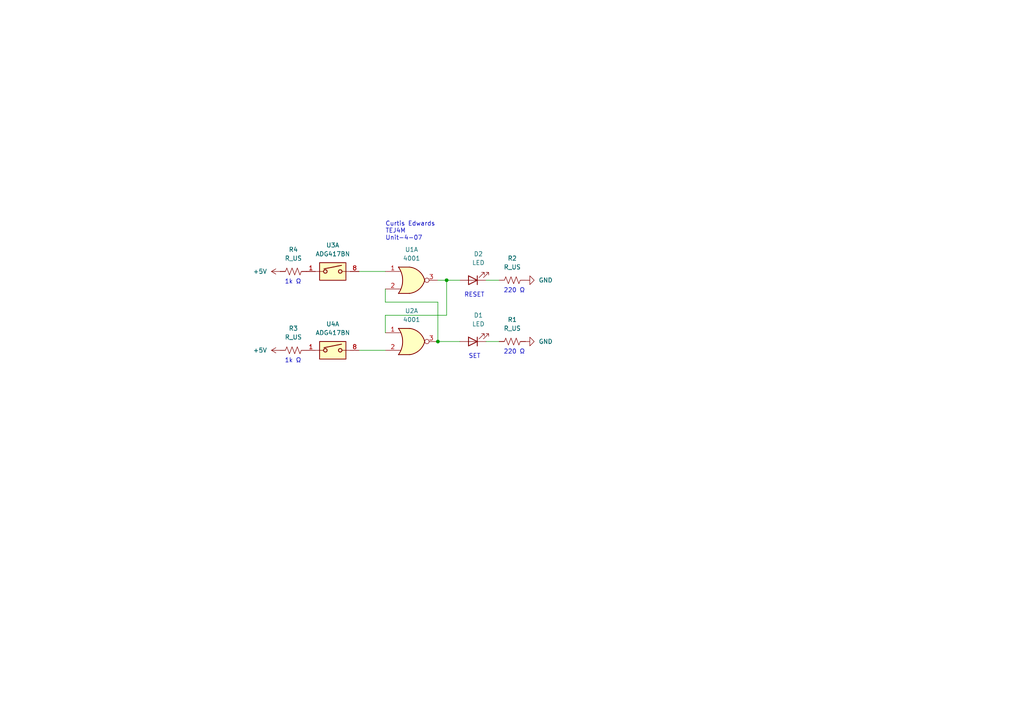
<source format=kicad_sch>
(kicad_sch (version 20230121) (generator eeschema)

  (uuid 9d1aa00f-d456-48b6-a95f-f2bbda389c88)

  (paper "A4")

  (lib_symbols
    (symbol "4xxx:4001" (pin_names (offset 1.016)) (in_bom yes) (on_board yes)
      (property "Reference" "U" (at 0 1.27 0)
        (effects (font (size 1.27 1.27)))
      )
      (property "Value" "4001" (at 0 -1.27 0)
        (effects (font (size 1.27 1.27)))
      )
      (property "Footprint" "" (at 0 0 0)
        (effects (font (size 1.27 1.27)) hide)
      )
      (property "Datasheet" "http://www.intersil.com/content/dam/Intersil/documents/cd40/cd4000bms-01bms-02bms-25bms.pdf" (at 0 0 0)
        (effects (font (size 1.27 1.27)) hide)
      )
      (property "ki_locked" "" (at 0 0 0)
        (effects (font (size 1.27 1.27)))
      )
      (property "ki_keywords" "CMOS Nor2" (at 0 0 0)
        (effects (font (size 1.27 1.27)) hide)
      )
      (property "ki_description" "Quad Nor 2 inputs" (at 0 0 0)
        (effects (font (size 1.27 1.27)) hide)
      )
      (property "ki_fp_filters" "DIP?14*" (at 0 0 0)
        (effects (font (size 1.27 1.27)) hide)
      )
      (symbol "4001_1_1"
        (arc (start -3.81 -3.81) (mid -2.589 0) (end -3.81 3.81)
          (stroke (width 0.254) (type default))
          (fill (type none))
        )
        (arc (start -0.6096 -3.81) (mid 2.1842 -2.5851) (end 3.81 0)
          (stroke (width 0.254) (type default))
          (fill (type background))
        )
        (polyline
          (pts
            (xy -3.81 -3.81)
            (xy -0.635 -3.81)
          )
          (stroke (width 0.254) (type default))
          (fill (type background))
        )
        (polyline
          (pts
            (xy -3.81 3.81)
            (xy -0.635 3.81)
          )
          (stroke (width 0.254) (type default))
          (fill (type background))
        )
        (polyline
          (pts
            (xy -0.635 3.81)
            (xy -3.81 3.81)
            (xy -3.81 3.81)
            (xy -3.556 3.4036)
            (xy -3.0226 2.2606)
            (xy -2.6924 1.0414)
            (xy -2.6162 -0.254)
            (xy -2.7686 -1.4986)
            (xy -3.175 -2.7178)
            (xy -3.81 -3.81)
            (xy -3.81 -3.81)
            (xy -0.635 -3.81)
          )
          (stroke (width -25.4) (type default))
          (fill (type background))
        )
        (arc (start 3.81 0) (mid 2.1915 2.5936) (end -0.6096 3.81)
          (stroke (width 0.254) (type default))
          (fill (type background))
        )
        (pin input line (at -7.62 2.54 0) (length 4.318)
          (name "~" (effects (font (size 1.27 1.27))))
          (number "1" (effects (font (size 1.27 1.27))))
        )
        (pin input line (at -7.62 -2.54 0) (length 4.318)
          (name "~" (effects (font (size 1.27 1.27))))
          (number "2" (effects (font (size 1.27 1.27))))
        )
        (pin output inverted (at 7.62 0 180) (length 3.81)
          (name "~" (effects (font (size 1.27 1.27))))
          (number "3" (effects (font (size 1.27 1.27))))
        )
      )
      (symbol "4001_1_2"
        (arc (start 0 -3.81) (mid 3.7934 0) (end 0 3.81)
          (stroke (width 0.254) (type default))
          (fill (type background))
        )
        (polyline
          (pts
            (xy 0 3.81)
            (xy -3.81 3.81)
            (xy -3.81 -3.81)
            (xy 0 -3.81)
          )
          (stroke (width 0.254) (type default))
          (fill (type background))
        )
        (pin input inverted (at -7.62 2.54 0) (length 3.81)
          (name "~" (effects (font (size 1.27 1.27))))
          (number "1" (effects (font (size 1.27 1.27))))
        )
        (pin input inverted (at -7.62 -2.54 0) (length 3.81)
          (name "~" (effects (font (size 1.27 1.27))))
          (number "2" (effects (font (size 1.27 1.27))))
        )
        (pin output line (at 7.62 0 180) (length 3.81)
          (name "~" (effects (font (size 1.27 1.27))))
          (number "3" (effects (font (size 1.27 1.27))))
        )
      )
      (symbol "4001_2_1"
        (arc (start -3.81 -3.81) (mid -2.589 0) (end -3.81 3.81)
          (stroke (width 0.254) (type default))
          (fill (type none))
        )
        (arc (start -0.6096 -3.81) (mid 2.1842 -2.5851) (end 3.81 0)
          (stroke (width 0.254) (type default))
          (fill (type background))
        )
        (polyline
          (pts
            (xy -3.81 -3.81)
            (xy -0.635 -3.81)
          )
          (stroke (width 0.254) (type default))
          (fill (type background))
        )
        (polyline
          (pts
            (xy -3.81 3.81)
            (xy -0.635 3.81)
          )
          (stroke (width 0.254) (type default))
          (fill (type background))
        )
        (polyline
          (pts
            (xy -0.635 3.81)
            (xy -3.81 3.81)
            (xy -3.81 3.81)
            (xy -3.556 3.4036)
            (xy -3.0226 2.2606)
            (xy -2.6924 1.0414)
            (xy -2.6162 -0.254)
            (xy -2.7686 -1.4986)
            (xy -3.175 -2.7178)
            (xy -3.81 -3.81)
            (xy -3.81 -3.81)
            (xy -0.635 -3.81)
          )
          (stroke (width -25.4) (type default))
          (fill (type background))
        )
        (arc (start 3.81 0) (mid 2.1915 2.5936) (end -0.6096 3.81)
          (stroke (width 0.254) (type default))
          (fill (type background))
        )
        (pin output inverted (at 7.62 0 180) (length 3.81)
          (name "~" (effects (font (size 1.27 1.27))))
          (number "4" (effects (font (size 1.27 1.27))))
        )
        (pin input line (at -7.62 2.54 0) (length 4.318)
          (name "~" (effects (font (size 1.27 1.27))))
          (number "5" (effects (font (size 1.27 1.27))))
        )
        (pin input line (at -7.62 -2.54 0) (length 4.318)
          (name "~" (effects (font (size 1.27 1.27))))
          (number "6" (effects (font (size 1.27 1.27))))
        )
      )
      (symbol "4001_2_2"
        (arc (start 0 -3.81) (mid 3.7934 0) (end 0 3.81)
          (stroke (width 0.254) (type default))
          (fill (type background))
        )
        (polyline
          (pts
            (xy 0 3.81)
            (xy -3.81 3.81)
            (xy -3.81 -3.81)
            (xy 0 -3.81)
          )
          (stroke (width 0.254) (type default))
          (fill (type background))
        )
        (pin output line (at 7.62 0 180) (length 3.81)
          (name "~" (effects (font (size 1.27 1.27))))
          (number "4" (effects (font (size 1.27 1.27))))
        )
        (pin input inverted (at -7.62 2.54 0) (length 3.81)
          (name "~" (effects (font (size 1.27 1.27))))
          (number "5" (effects (font (size 1.27 1.27))))
        )
        (pin input inverted (at -7.62 -2.54 0) (length 3.81)
          (name "~" (effects (font (size 1.27 1.27))))
          (number "6" (effects (font (size 1.27 1.27))))
        )
      )
      (symbol "4001_3_1"
        (arc (start -3.81 -3.81) (mid -2.589 0) (end -3.81 3.81)
          (stroke (width 0.254) (type default))
          (fill (type none))
        )
        (arc (start -0.6096 -3.81) (mid 2.1842 -2.5851) (end 3.81 0)
          (stroke (width 0.254) (type default))
          (fill (type background))
        )
        (polyline
          (pts
            (xy -3.81 -3.81)
            (xy -0.635 -3.81)
          )
          (stroke (width 0.254) (type default))
          (fill (type background))
        )
        (polyline
          (pts
            (xy -3.81 3.81)
            (xy -0.635 3.81)
          )
          (stroke (width 0.254) (type default))
          (fill (type background))
        )
        (polyline
          (pts
            (xy -0.635 3.81)
            (xy -3.81 3.81)
            (xy -3.81 3.81)
            (xy -3.556 3.4036)
            (xy -3.0226 2.2606)
            (xy -2.6924 1.0414)
            (xy -2.6162 -0.254)
            (xy -2.7686 -1.4986)
            (xy -3.175 -2.7178)
            (xy -3.81 -3.81)
            (xy -3.81 -3.81)
            (xy -0.635 -3.81)
          )
          (stroke (width -25.4) (type default))
          (fill (type background))
        )
        (arc (start 3.81 0) (mid 2.1915 2.5936) (end -0.6096 3.81)
          (stroke (width 0.254) (type default))
          (fill (type background))
        )
        (pin output inverted (at 7.62 0 180) (length 3.81)
          (name "~" (effects (font (size 1.27 1.27))))
          (number "10" (effects (font (size 1.27 1.27))))
        )
        (pin input line (at -7.62 2.54 0) (length 4.318)
          (name "~" (effects (font (size 1.27 1.27))))
          (number "8" (effects (font (size 1.27 1.27))))
        )
        (pin input line (at -7.62 -2.54 0) (length 4.318)
          (name "~" (effects (font (size 1.27 1.27))))
          (number "9" (effects (font (size 1.27 1.27))))
        )
      )
      (symbol "4001_3_2"
        (arc (start 0 -3.81) (mid 3.7934 0) (end 0 3.81)
          (stroke (width 0.254) (type default))
          (fill (type background))
        )
        (polyline
          (pts
            (xy 0 3.81)
            (xy -3.81 3.81)
            (xy -3.81 -3.81)
            (xy 0 -3.81)
          )
          (stroke (width 0.254) (type default))
          (fill (type background))
        )
        (pin output line (at 7.62 0 180) (length 3.81)
          (name "~" (effects (font (size 1.27 1.27))))
          (number "10" (effects (font (size 1.27 1.27))))
        )
        (pin input inverted (at -7.62 2.54 0) (length 3.81)
          (name "~" (effects (font (size 1.27 1.27))))
          (number "8" (effects (font (size 1.27 1.27))))
        )
        (pin input inverted (at -7.62 -2.54 0) (length 3.81)
          (name "~" (effects (font (size 1.27 1.27))))
          (number "9" (effects (font (size 1.27 1.27))))
        )
      )
      (symbol "4001_4_1"
        (arc (start -3.81 -3.81) (mid -2.589 0) (end -3.81 3.81)
          (stroke (width 0.254) (type default))
          (fill (type none))
        )
        (arc (start -0.6096 -3.81) (mid 2.1842 -2.5851) (end 3.81 0)
          (stroke (width 0.254) (type default))
          (fill (type background))
        )
        (polyline
          (pts
            (xy -3.81 -3.81)
            (xy -0.635 -3.81)
          )
          (stroke (width 0.254) (type default))
          (fill (type background))
        )
        (polyline
          (pts
            (xy -3.81 3.81)
            (xy -0.635 3.81)
          )
          (stroke (width 0.254) (type default))
          (fill (type background))
        )
        (polyline
          (pts
            (xy -0.635 3.81)
            (xy -3.81 3.81)
            (xy -3.81 3.81)
            (xy -3.556 3.4036)
            (xy -3.0226 2.2606)
            (xy -2.6924 1.0414)
            (xy -2.6162 -0.254)
            (xy -2.7686 -1.4986)
            (xy -3.175 -2.7178)
            (xy -3.81 -3.81)
            (xy -3.81 -3.81)
            (xy -0.635 -3.81)
          )
          (stroke (width -25.4) (type default))
          (fill (type background))
        )
        (arc (start 3.81 0) (mid 2.1915 2.5936) (end -0.6096 3.81)
          (stroke (width 0.254) (type default))
          (fill (type background))
        )
        (pin output inverted (at 7.62 0 180) (length 3.81)
          (name "~" (effects (font (size 1.27 1.27))))
          (number "11" (effects (font (size 1.27 1.27))))
        )
        (pin input line (at -7.62 2.54 0) (length 4.318)
          (name "~" (effects (font (size 1.27 1.27))))
          (number "12" (effects (font (size 1.27 1.27))))
        )
        (pin input line (at -7.62 -2.54 0) (length 4.318)
          (name "~" (effects (font (size 1.27 1.27))))
          (number "13" (effects (font (size 1.27 1.27))))
        )
      )
      (symbol "4001_4_2"
        (arc (start 0 -3.81) (mid 3.7934 0) (end 0 3.81)
          (stroke (width 0.254) (type default))
          (fill (type background))
        )
        (polyline
          (pts
            (xy 0 3.81)
            (xy -3.81 3.81)
            (xy -3.81 -3.81)
            (xy 0 -3.81)
          )
          (stroke (width 0.254) (type default))
          (fill (type background))
        )
        (pin output line (at 7.62 0 180) (length 3.81)
          (name "~" (effects (font (size 1.27 1.27))))
          (number "11" (effects (font (size 1.27 1.27))))
        )
        (pin input inverted (at -7.62 2.54 0) (length 3.81)
          (name "~" (effects (font (size 1.27 1.27))))
          (number "12" (effects (font (size 1.27 1.27))))
        )
        (pin input inverted (at -7.62 -2.54 0) (length 3.81)
          (name "~" (effects (font (size 1.27 1.27))))
          (number "13" (effects (font (size 1.27 1.27))))
        )
      )
      (symbol "4001_5_0"
        (pin power_in line (at 0 12.7 270) (length 5.08)
          (name "VDD" (effects (font (size 1.27 1.27))))
          (number "14" (effects (font (size 1.27 1.27))))
        )
        (pin power_in line (at 0 -12.7 90) (length 5.08)
          (name "VSS" (effects (font (size 1.27 1.27))))
          (number "7" (effects (font (size 1.27 1.27))))
        )
      )
      (symbol "4001_5_1"
        (rectangle (start -5.08 7.62) (end 5.08 -7.62)
          (stroke (width 0.254) (type default))
          (fill (type background))
        )
      )
    )
    (symbol "Analog_Switch:ADG417BN" (pin_names (offset 0.254)) (in_bom yes) (on_board yes)
      (property "Reference" "U3" (at 0 7.62 0)
        (effects (font (size 1.27 1.27)))
      )
      (property "Value" "ADG417BN" (at 0 5.08 0)
        (effects (font (size 1.27 1.27)))
      )
      (property "Footprint" "Package_DIP:DIP-8_W7.62mm" (at 0 -5.08 0)
        (effects (font (size 1.27 1.27)) hide)
      )
      (property "Datasheet" "https://www.analog.com/media/en/technical-documentation/data-sheets/ADG417.pdf" (at 0 -5.08 0)
        (effects (font (size 1.27 1.27)) hide)
      )
      (property "ki_keywords" "CMOS Analog Switch" (at 0 0 0)
        (effects (font (size 1.27 1.27)) hide)
      )
      (property "ki_description" "Single SPST Monolithic LC²MOS Analog Switch, normally OFF, 25Ohm Ron, DIP-8" (at 0 0 0)
        (effects (font (size 1.27 1.27)) hide)
      )
      (property "ki_fp_filters" "DIP*W7.62mm*" (at 0 0 0)
        (effects (font (size 1.27 1.27)) hide)
      )
      (symbol "ADG417BN_1_1"
        (rectangle (start -3.81 2.54) (end 3.81 -2.54)
          (stroke (width 0.254) (type default))
          (fill (type background))
        )
        (circle (center -2.159 0) (radius 0.508)
          (stroke (width 0.254) (type default))
          (fill (type none))
        )
        (polyline
          (pts
            (xy -5.08 0)
            (xy -2.794 0)
          )
          (stroke (width 0) (type default))
          (fill (type none))
        )
        (polyline
          (pts
            (xy -2.54 0.762)
            (xy 2.54 1.778)
          )
          (stroke (width 0.254) (type default))
          (fill (type none))
        )
        (polyline
          (pts
            (xy 5.08 0)
            (xy 2.794 0)
          )
          (stroke (width 0) (type default))
          (fill (type none))
        )
        (circle (center 2.159 0) (radius 0.508)
          (stroke (width 0.254) (type default))
          (fill (type none))
        )
        (pin passive line (at -7.62 0 0) (length 2.54)
          (name "~" (effects (font (size 1.27 1.27))))
          (number "1" (effects (font (size 1.27 1.27))))
        )
        (pin passive line (at 7.62 0 180) (length 2.54)
          (name "~" (effects (font (size 1.27 1.27))))
          (number "8" (effects (font (size 1.27 1.27))))
        )
      )
      (symbol "ADG417BN_2_0"
        (pin no_connect line (at -2.54 10.16 270) (length 2.54) hide
          (name "NC" (effects (font (size 1.27 1.27))))
          (number "2" (effects (font (size 1.27 1.27))))
        )
        (pin power_in line (at 0 -12.7 90) (length 2.54)
          (name "GND" (effects (font (size 1.27 1.27))))
          (number "3" (effects (font (size 1.27 1.27))))
        )
        (pin power_in line (at 0 12.7 270) (length 2.54)
          (name "V+" (effects (font (size 1.27 1.27))))
          (number "4" (effects (font (size 1.27 1.27))))
        )
        (pin power_in line (at 2.54 12.7 270) (length 2.54)
          (name "VL" (effects (font (size 1.27 1.27))))
          (number "5" (effects (font (size 1.27 1.27))))
        )
        (pin power_in line (at 2.54 -12.7 90) (length 2.54)
          (name "V-" (effects (font (size 1.27 1.27))))
          (number "7" (effects (font (size 1.27 1.27))))
        )
      )
      (symbol "ADG417BN_2_1"
        (rectangle (start -3.81 10.16) (end 6.35 -10.16)
          (stroke (width 0.254) (type default))
          (fill (type background))
        )
      )
    )
    (symbol "Device:LED" (pin_numbers hide) (pin_names (offset 1.016) hide) (in_bom yes) (on_board yes)
      (property "Reference" "D" (at 0 2.54 0)
        (effects (font (size 1.27 1.27)))
      )
      (property "Value" "LED" (at 0 -2.54 0)
        (effects (font (size 1.27 1.27)))
      )
      (property "Footprint" "" (at 0 0 0)
        (effects (font (size 1.27 1.27)) hide)
      )
      (property "Datasheet" "~" (at 0 0 0)
        (effects (font (size 1.27 1.27)) hide)
      )
      (property "ki_keywords" "LED diode" (at 0 0 0)
        (effects (font (size 1.27 1.27)) hide)
      )
      (property "ki_description" "Light emitting diode" (at 0 0 0)
        (effects (font (size 1.27 1.27)) hide)
      )
      (property "ki_fp_filters" "LED* LED_SMD:* LED_THT:*" (at 0 0 0)
        (effects (font (size 1.27 1.27)) hide)
      )
      (symbol "LED_0_1"
        (polyline
          (pts
            (xy -1.27 -1.27)
            (xy -1.27 1.27)
          )
          (stroke (width 0.254) (type default))
          (fill (type none))
        )
        (polyline
          (pts
            (xy -1.27 0)
            (xy 1.27 0)
          )
          (stroke (width 0) (type default))
          (fill (type none))
        )
        (polyline
          (pts
            (xy 1.27 -1.27)
            (xy 1.27 1.27)
            (xy -1.27 0)
            (xy 1.27 -1.27)
          )
          (stroke (width 0.254) (type default))
          (fill (type none))
        )
        (polyline
          (pts
            (xy -3.048 -0.762)
            (xy -4.572 -2.286)
            (xy -3.81 -2.286)
            (xy -4.572 -2.286)
            (xy -4.572 -1.524)
          )
          (stroke (width 0) (type default))
          (fill (type none))
        )
        (polyline
          (pts
            (xy -1.778 -0.762)
            (xy -3.302 -2.286)
            (xy -2.54 -2.286)
            (xy -3.302 -2.286)
            (xy -3.302 -1.524)
          )
          (stroke (width 0) (type default))
          (fill (type none))
        )
      )
      (symbol "LED_1_1"
        (pin passive line (at -3.81 0 0) (length 2.54)
          (name "K" (effects (font (size 1.27 1.27))))
          (number "1" (effects (font (size 1.27 1.27))))
        )
        (pin passive line (at 3.81 0 180) (length 2.54)
          (name "A" (effects (font (size 1.27 1.27))))
          (number "2" (effects (font (size 1.27 1.27))))
        )
      )
    )
    (symbol "Device:R_US" (pin_numbers hide) (pin_names (offset 0)) (in_bom yes) (on_board yes)
      (property "Reference" "R" (at 2.54 0 90)
        (effects (font (size 1.27 1.27)))
      )
      (property "Value" "R_US" (at -2.54 0 90)
        (effects (font (size 1.27 1.27)))
      )
      (property "Footprint" "" (at 1.016 -0.254 90)
        (effects (font (size 1.27 1.27)) hide)
      )
      (property "Datasheet" "~" (at 0 0 0)
        (effects (font (size 1.27 1.27)) hide)
      )
      (property "ki_keywords" "R res resistor" (at 0 0 0)
        (effects (font (size 1.27 1.27)) hide)
      )
      (property "ki_description" "Resistor, US symbol" (at 0 0 0)
        (effects (font (size 1.27 1.27)) hide)
      )
      (property "ki_fp_filters" "R_*" (at 0 0 0)
        (effects (font (size 1.27 1.27)) hide)
      )
      (symbol "R_US_0_1"
        (polyline
          (pts
            (xy 0 -2.286)
            (xy 0 -2.54)
          )
          (stroke (width 0) (type default))
          (fill (type none))
        )
        (polyline
          (pts
            (xy 0 2.286)
            (xy 0 2.54)
          )
          (stroke (width 0) (type default))
          (fill (type none))
        )
        (polyline
          (pts
            (xy 0 -0.762)
            (xy 1.016 -1.143)
            (xy 0 -1.524)
            (xy -1.016 -1.905)
            (xy 0 -2.286)
          )
          (stroke (width 0) (type default))
          (fill (type none))
        )
        (polyline
          (pts
            (xy 0 0.762)
            (xy 1.016 0.381)
            (xy 0 0)
            (xy -1.016 -0.381)
            (xy 0 -0.762)
          )
          (stroke (width 0) (type default))
          (fill (type none))
        )
        (polyline
          (pts
            (xy 0 2.286)
            (xy 1.016 1.905)
            (xy 0 1.524)
            (xy -1.016 1.143)
            (xy 0 0.762)
          )
          (stroke (width 0) (type default))
          (fill (type none))
        )
      )
      (symbol "R_US_1_1"
        (pin passive line (at 0 3.81 270) (length 1.27)
          (name "~" (effects (font (size 1.27 1.27))))
          (number "1" (effects (font (size 1.27 1.27))))
        )
        (pin passive line (at 0 -3.81 90) (length 1.27)
          (name "~" (effects (font (size 1.27 1.27))))
          (number "2" (effects (font (size 1.27 1.27))))
        )
      )
    )
    (symbol "power:+5V" (power) (pin_names (offset 0)) (in_bom yes) (on_board yes)
      (property "Reference" "#PWR" (at 0 -3.81 0)
        (effects (font (size 1.27 1.27)) hide)
      )
      (property "Value" "+5V" (at 0 3.556 0)
        (effects (font (size 1.27 1.27)))
      )
      (property "Footprint" "" (at 0 0 0)
        (effects (font (size 1.27 1.27)) hide)
      )
      (property "Datasheet" "" (at 0 0 0)
        (effects (font (size 1.27 1.27)) hide)
      )
      (property "ki_keywords" "global power" (at 0 0 0)
        (effects (font (size 1.27 1.27)) hide)
      )
      (property "ki_description" "Power symbol creates a global label with name \"+5V\"" (at 0 0 0)
        (effects (font (size 1.27 1.27)) hide)
      )
      (symbol "+5V_0_1"
        (polyline
          (pts
            (xy -0.762 1.27)
            (xy 0 2.54)
          )
          (stroke (width 0) (type default))
          (fill (type none))
        )
        (polyline
          (pts
            (xy 0 0)
            (xy 0 2.54)
          )
          (stroke (width 0) (type default))
          (fill (type none))
        )
        (polyline
          (pts
            (xy 0 2.54)
            (xy 0.762 1.27)
          )
          (stroke (width 0) (type default))
          (fill (type none))
        )
      )
      (symbol "+5V_1_1"
        (pin power_in line (at 0 0 90) (length 0) hide
          (name "+5V" (effects (font (size 1.27 1.27))))
          (number "1" (effects (font (size 1.27 1.27))))
        )
      )
    )
    (symbol "power:GND" (power) (pin_names (offset 0)) (in_bom yes) (on_board yes)
      (property "Reference" "#PWR" (at 0 -6.35 0)
        (effects (font (size 1.27 1.27)) hide)
      )
      (property "Value" "GND" (at 0 -3.81 0)
        (effects (font (size 1.27 1.27)))
      )
      (property "Footprint" "" (at 0 0 0)
        (effects (font (size 1.27 1.27)) hide)
      )
      (property "Datasheet" "" (at 0 0 0)
        (effects (font (size 1.27 1.27)) hide)
      )
      (property "ki_keywords" "global power" (at 0 0 0)
        (effects (font (size 1.27 1.27)) hide)
      )
      (property "ki_description" "Power symbol creates a global label with name \"GND\" , ground" (at 0 0 0)
        (effects (font (size 1.27 1.27)) hide)
      )
      (symbol "GND_0_1"
        (polyline
          (pts
            (xy 0 0)
            (xy 0 -1.27)
            (xy 1.27 -1.27)
            (xy 0 -2.54)
            (xy -1.27 -1.27)
            (xy 0 -1.27)
          )
          (stroke (width 0) (type default))
          (fill (type none))
        )
      )
      (symbol "GND_1_1"
        (pin power_in line (at 0 0 270) (length 0) hide
          (name "GND" (effects (font (size 1.27 1.27))))
          (number "1" (effects (font (size 1.27 1.27))))
        )
      )
    )
  )

  (junction (at 129.54 81.28) (diameter 0) (color 0 0 0 0)
    (uuid 64ed2812-beea-4fae-874b-4e0d106ca229)
  )
  (junction (at 127 99.06) (diameter 0) (color 0 0 0 0)
    (uuid 7512decb-a4af-4146-aec7-b58424be7d60)
  )

  (wire (pts (xy 111.76 91.44) (xy 111.76 96.52))
    (stroke (width 0) (type default))
    (uuid 00a65b5c-3a2b-48bc-be4b-902aa6c8c597)
  )
  (wire (pts (xy 104.14 78.74) (xy 111.76 78.74))
    (stroke (width 0) (type default))
    (uuid 30770904-7dae-4745-9d8d-cbb3a9764039)
  )
  (wire (pts (xy 144.78 99.06) (xy 140.97 99.06))
    (stroke (width 0) (type default))
    (uuid 49d40edc-3afc-43b8-ad2f-b3d6ec07aeb0)
  )
  (wire (pts (xy 129.54 91.44) (xy 111.76 91.44))
    (stroke (width 0) (type default))
    (uuid 82728686-33bf-4d5e-8784-b6d458cca0d6)
  )
  (wire (pts (xy 104.14 101.6) (xy 111.76 101.6))
    (stroke (width 0) (type default))
    (uuid 93d5bf7d-682c-4d92-a4dc-ace935ac6688)
  )
  (wire (pts (xy 111.76 83.82) (xy 111.76 87.63))
    (stroke (width 0) (type default))
    (uuid a6ab10c2-cbb4-4a40-93ed-51fe647afaf1)
  )
  (wire (pts (xy 127 87.63) (xy 111.76 87.63))
    (stroke (width 0) (type default))
    (uuid b61f0898-89fc-4a0c-b37c-4246fd9f6f95)
  )
  (wire (pts (xy 129.54 81.28) (xy 129.54 91.44))
    (stroke (width 0) (type default))
    (uuid be5fbb9d-bf78-423d-90e4-8165f0f3b697)
  )
  (wire (pts (xy 127 81.28) (xy 129.54 81.28))
    (stroke (width 0) (type default))
    (uuid c8001bfc-1034-4abe-a926-8edb77516c68)
  )
  (wire (pts (xy 127 99.06) (xy 133.35 99.06))
    (stroke (width 0) (type default))
    (uuid cf453c1e-6b36-4ea0-bd2e-bbab09186317)
  )
  (wire (pts (xy 127 99.06) (xy 127 87.63))
    (stroke (width 0) (type default))
    (uuid e80aab20-d06a-4915-bddd-d6dc1798b98b)
  )
  (wire (pts (xy 129.54 81.28) (xy 133.35 81.28))
    (stroke (width 0) (type default))
    (uuid f4c4b281-c517-44c1-8e4f-b0d6c86b6ed7)
  )
  (wire (pts (xy 144.78 81.28) (xy 140.97 81.28))
    (stroke (width 0) (type default))
    (uuid f6b71d81-2d61-477b-98bb-e813f3e025b0)
  )

  (text "1k Ω" (at 82.55 82.55 0)
    (effects (font (size 1.27 1.27)) (justify left bottom))
    (uuid 12a8f71c-ee8c-44b9-993d-5f42115f6fb4)
  )
  (text "1k Ω" (at 82.55 105.41 0)
    (effects (font (size 1.27 1.27)) (justify left bottom))
    (uuid 2fdc0436-676b-452e-b6bb-07a225bd3233)
  )
  (text "SET" (at 135.89 104.14 0)
    (effects (font (size 1.27 1.27)) (justify left bottom))
    (uuid 877ad643-7336-4939-9617-b41af411813f)
  )
  (text "RESET" (at 134.62 86.36 0)
    (effects (font (size 1.27 1.27)) (justify left bottom))
    (uuid 8a093c36-68a4-4eb5-bd12-c25af0d6d219)
  )
  (text "220 Ω" (at 146.05 85.09 0)
    (effects (font (size 1.27 1.27)) (justify left bottom))
    (uuid 9705447b-3d23-4fd2-b272-cb93c1d7e951)
  )
  (text "Curtis Edwards\nTEJ4M\nUnit-4-07" (at 111.76 69.85 0)
    (effects (font (size 1.27 1.27)) (justify left bottom))
    (uuid bb950f91-8fcd-4a28-a2ef-b8e147c0b71c)
  )
  (text "220 Ω" (at 146.05 102.87 0)
    (effects (font (size 1.27 1.27)) (justify left bottom))
    (uuid fa9ce533-2938-429a-bcf9-570f41d4b195)
  )

  (symbol (lib_id "power:+5V") (at 81.28 78.74 90) (unit 1)
    (in_bom yes) (on_board yes) (dnp no) (fields_autoplaced)
    (uuid 067651c3-cec1-491f-9d3a-5931eb9d82b1)
    (property "Reference" "#PWR04" (at 85.09 78.74 0)
      (effects (font (size 1.27 1.27)) hide)
    )
    (property "Value" "+5V" (at 77.47 78.74 90)
      (effects (font (size 1.27 1.27)) (justify left))
    )
    (property "Footprint" "" (at 81.28 78.74 0)
      (effects (font (size 1.27 1.27)) hide)
    )
    (property "Datasheet" "" (at 81.28 78.74 0)
      (effects (font (size 1.27 1.27)) hide)
    )
    (pin "1" (uuid 6633cd26-35ab-4433-ac01-b2cf7b2b12bf))
    (instances
      (project "TEJ4M-Unit-4-07"
        (path "/9d1aa00f-d456-48b6-a95f-f2bbda389c88"
          (reference "#PWR04") (unit 1)
        )
      )
    )
  )

  (symbol (lib_id "Device:R_US") (at 148.59 81.28 90) (unit 1)
    (in_bom yes) (on_board yes) (dnp no) (fields_autoplaced)
    (uuid 1c638540-fb3c-473e-a3a0-486bde7f4139)
    (property "Reference" "R2" (at 148.59 74.93 90)
      (effects (font (size 1.27 1.27)))
    )
    (property "Value" "R_US" (at 148.59 77.47 90)
      (effects (font (size 1.27 1.27)))
    )
    (property "Footprint" "" (at 148.844 80.264 90)
      (effects (font (size 1.27 1.27)) hide)
    )
    (property "Datasheet" "~" (at 148.59 81.28 0)
      (effects (font (size 1.27 1.27)) hide)
    )
    (pin "1" (uuid 58ef6e35-7b46-43fd-a121-23c7c7f4afc3))
    (pin "2" (uuid ce807c11-4892-4ae7-ad39-d3fdeb0b7820))
    (instances
      (project "TEJ4M-Unit-4-07"
        (path "/9d1aa00f-d456-48b6-a95f-f2bbda389c88"
          (reference "R2") (unit 1)
        )
      )
    )
  )

  (symbol (lib_id "Device:LED") (at 137.16 99.06 180) (unit 1)
    (in_bom yes) (on_board yes) (dnp no) (fields_autoplaced)
    (uuid 21c958ce-fb76-4072-9b3e-c2303e0bd054)
    (property "Reference" "D1" (at 138.7475 91.44 0)
      (effects (font (size 1.27 1.27)))
    )
    (property "Value" "LED" (at 138.7475 93.98 0)
      (effects (font (size 1.27 1.27)))
    )
    (property "Footprint" "" (at 137.16 99.06 0)
      (effects (font (size 1.27 1.27)) hide)
    )
    (property "Datasheet" "~" (at 137.16 99.06 0)
      (effects (font (size 1.27 1.27)) hide)
    )
    (pin "1" (uuid 05a5bee7-a87b-417e-b049-2682e442a468))
    (pin "2" (uuid 55236d6a-a05d-47e9-ae64-61f62a5905c6))
    (instances
      (project "TEJ4M-Unit-4-07"
        (path "/9d1aa00f-d456-48b6-a95f-f2bbda389c88"
          (reference "D1") (unit 1)
        )
      )
    )
  )

  (symbol (lib_id "Analog_Switch:ADG417BN") (at 96.52 101.6 0) (unit 1)
    (in_bom yes) (on_board yes) (dnp no) (fields_autoplaced)
    (uuid 384cac65-c14f-4b7c-a8f0-b56cd059f222)
    (property "Reference" "U4" (at 96.52 93.98 0)
      (effects (font (size 1.27 1.27)))
    )
    (property "Value" "ADG417BN" (at 96.52 96.52 0)
      (effects (font (size 1.27 1.27)))
    )
    (property "Footprint" "Package_DIP:DIP-8_W7.62mm" (at 96.52 106.68 0)
      (effects (font (size 1.27 1.27)) hide)
    )
    (property "Datasheet" "https://www.analog.com/media/en/technical-documentation/data-sheets/ADG417.pdf" (at 96.52 106.68 0)
      (effects (font (size 1.27 1.27)) hide)
    )
    (pin "1" (uuid e720d320-945c-4043-a7b4-7de8081c99cf))
    (pin "8" (uuid a2cd1139-7fe9-473a-968e-e93cf36016a7))
    (pin "2" (uuid f846d495-05ab-4b34-86fb-ff554b971f70))
    (pin "3" (uuid 90418cce-1862-41db-96a5-468d8e0db9a5))
    (pin "4" (uuid e3febcbb-e654-449a-b1aa-59593e3a6a8d))
    (pin "5" (uuid e3521e8c-48a8-4461-894e-79fd8b82a2a7))
    (pin "7" (uuid 02455247-5f0b-467f-a929-ee6d2a0d60fa))
    (instances
      (project "TEJ4M-Unit-4-07"
        (path "/9d1aa00f-d456-48b6-a95f-f2bbda389c88"
          (reference "U4") (unit 1)
        )
      )
    )
  )

  (symbol (lib_id "4xxx:4001") (at 119.38 81.28 0) (unit 1)
    (in_bom yes) (on_board yes) (dnp no) (fields_autoplaced)
    (uuid 38776282-f34a-40c7-86e7-3624b64813ef)
    (property "Reference" "U1" (at 119.38 72.39 0)
      (effects (font (size 1.27 1.27)))
    )
    (property "Value" "4001" (at 119.38 74.93 0)
      (effects (font (size 1.27 1.27)))
    )
    (property "Footprint" "" (at 119.38 81.28 0)
      (effects (font (size 1.27 1.27)) hide)
    )
    (property "Datasheet" "http://www.intersil.com/content/dam/Intersil/documents/cd40/cd4000bms-01bms-02bms-25bms.pdf" (at 119.38 81.28 0)
      (effects (font (size 1.27 1.27)) hide)
    )
    (pin "1" (uuid d501c69c-1e56-4beb-a2d3-66accb0cf6e7))
    (pin "2" (uuid 8f8af7fc-7c09-4103-9857-2dfd56bf393a))
    (pin "3" (uuid 1428f07f-5c5d-4a0b-bee2-3684ed3f4ed2))
    (pin "4" (uuid 7a242958-5c69-4831-bca1-ab687daca5cd))
    (pin "5" (uuid 69dc80c5-3c7c-4c93-b7f9-c208c507c0ed))
    (pin "6" (uuid c14d8852-6692-4558-b8a0-7cec1608d242))
    (pin "10" (uuid 7178a43e-5dcb-4734-a4d5-49c00584c877))
    (pin "8" (uuid 9d6e5dc2-4bef-4c8d-8466-d761477dee4f))
    (pin "9" (uuid fd4baf62-05cd-44a4-a310-b5358edd459d))
    (pin "11" (uuid 9482e1e4-c231-4298-9b15-a4ac2d5f558e))
    (pin "12" (uuid aebd5a90-0fd8-411c-96d3-760d7313b150))
    (pin "13" (uuid 8d5992dc-3373-4d84-811f-c0e241733cdb))
    (pin "14" (uuid 67850a32-61ce-4641-b727-8711a0db7641))
    (pin "7" (uuid 1965bffb-49a1-4bf2-85e0-252a861cae48))
    (instances
      (project "TEJ4M-Unit-4-07"
        (path "/9d1aa00f-d456-48b6-a95f-f2bbda389c88"
          (reference "U1") (unit 1)
        )
      )
    )
  )

  (symbol (lib_id "Analog_Switch:ADG417BN") (at 96.52 78.74 0) (unit 1)
    (in_bom yes) (on_board yes) (dnp no) (fields_autoplaced)
    (uuid 43e54fda-53f8-4f47-9985-93e28cb883a2)
    (property "Reference" "U3" (at 96.52 71.12 0)
      (effects (font (size 1.27 1.27)))
    )
    (property "Value" "ADG417BN" (at 96.52 73.66 0)
      (effects (font (size 1.27 1.27)))
    )
    (property "Footprint" "Package_DIP:DIP-8_W7.62mm" (at 96.52 83.82 0)
      (effects (font (size 1.27 1.27)) hide)
    )
    (property "Datasheet" "https://www.analog.com/media/en/technical-documentation/data-sheets/ADG417.pdf" (at 96.52 83.82 0)
      (effects (font (size 1.27 1.27)) hide)
    )
    (pin "1" (uuid 5c0bcf5d-504e-44d9-ab1e-006c1bcb101f))
    (pin "8" (uuid 1f47909b-d0eb-4083-93c2-e86d6d1c0257))
    (pin "2" (uuid f846d495-05ab-4b34-86fb-ff554b971f71))
    (pin "3" (uuid 90418cce-1862-41db-96a5-468d8e0db9a6))
    (pin "4" (uuid e3febcbb-e654-449a-b1aa-59593e3a6a8e))
    (pin "5" (uuid e3521e8c-48a8-4461-894e-79fd8b82a2a8))
    (pin "7" (uuid 02455247-5f0b-467f-a929-ee6d2a0d60fb))
    (instances
      (project "TEJ4M-Unit-4-07"
        (path "/9d1aa00f-d456-48b6-a95f-f2bbda389c88"
          (reference "U3") (unit 1)
        )
      )
    )
  )

  (symbol (lib_id "power:GND") (at 152.4 81.28 90) (unit 1)
    (in_bom yes) (on_board yes) (dnp no) (fields_autoplaced)
    (uuid 5b3ace84-8e0c-4d0f-b257-6d8844c0f36e)
    (property "Reference" "#PWR02" (at 158.75 81.28 0)
      (effects (font (size 1.27 1.27)) hide)
    )
    (property "Value" "GND" (at 156.21 81.28 90)
      (effects (font (size 1.27 1.27)) (justify right))
    )
    (property "Footprint" "" (at 152.4 81.28 0)
      (effects (font (size 1.27 1.27)) hide)
    )
    (property "Datasheet" "" (at 152.4 81.28 0)
      (effects (font (size 1.27 1.27)) hide)
    )
    (pin "1" (uuid 8471f760-93cc-4f91-94ab-4f8e86a3811f))
    (instances
      (project "TEJ4M-Unit-4-07"
        (path "/9d1aa00f-d456-48b6-a95f-f2bbda389c88"
          (reference "#PWR02") (unit 1)
        )
      )
    )
  )

  (symbol (lib_id "Device:R_US") (at 85.09 78.74 90) (unit 1)
    (in_bom yes) (on_board yes) (dnp no) (fields_autoplaced)
    (uuid 748f9d71-2b07-446a-8601-6980372953ca)
    (property "Reference" "R4" (at 85.09 72.39 90)
      (effects (font (size 1.27 1.27)))
    )
    (property "Value" "R_US" (at 85.09 74.93 90)
      (effects (font (size 1.27 1.27)))
    )
    (property "Footprint" "" (at 85.344 77.724 90)
      (effects (font (size 1.27 1.27)) hide)
    )
    (property "Datasheet" "~" (at 85.09 78.74 0)
      (effects (font (size 1.27 1.27)) hide)
    )
    (pin "1" (uuid e5623203-4611-4a84-aa0b-9f75e0f49f0c))
    (pin "2" (uuid ce6fe66c-0e31-48a7-9819-7c051141e1bb))
    (instances
      (project "TEJ4M-Unit-4-07"
        (path "/9d1aa00f-d456-48b6-a95f-f2bbda389c88"
          (reference "R4") (unit 1)
        )
      )
    )
  )

  (symbol (lib_id "power:GND") (at 152.4 99.06 90) (unit 1)
    (in_bom yes) (on_board yes) (dnp no) (fields_autoplaced)
    (uuid 7a5ed62d-0a4d-4dc9-8d70-354fb81ef51d)
    (property "Reference" "#PWR01" (at 158.75 99.06 0)
      (effects (font (size 1.27 1.27)) hide)
    )
    (property "Value" "GND" (at 156.21 99.06 90)
      (effects (font (size 1.27 1.27)) (justify right))
    )
    (property "Footprint" "" (at 152.4 99.06 0)
      (effects (font (size 1.27 1.27)) hide)
    )
    (property "Datasheet" "" (at 152.4 99.06 0)
      (effects (font (size 1.27 1.27)) hide)
    )
    (pin "1" (uuid 7eb9eaf2-6a3d-46ac-8eb9-2043482f5d6c))
    (instances
      (project "TEJ4M-Unit-4-07"
        (path "/9d1aa00f-d456-48b6-a95f-f2bbda389c88"
          (reference "#PWR01") (unit 1)
        )
      )
    )
  )

  (symbol (lib_id "4xxx:4001") (at 119.38 99.06 0) (unit 1)
    (in_bom yes) (on_board yes) (dnp no) (fields_autoplaced)
    (uuid b9ca8acd-fbfe-4739-9237-7c3954ca10b1)
    (property "Reference" "U2" (at 119.38 90.17 0)
      (effects (font (size 1.27 1.27)))
    )
    (property "Value" "4001" (at 119.38 92.71 0)
      (effects (font (size 1.27 1.27)))
    )
    (property "Footprint" "" (at 119.38 99.06 0)
      (effects (font (size 1.27 1.27)) hide)
    )
    (property "Datasheet" "http://www.intersil.com/content/dam/Intersil/documents/cd40/cd4000bms-01bms-02bms-25bms.pdf" (at 119.38 99.06 0)
      (effects (font (size 1.27 1.27)) hide)
    )
    (pin "1" (uuid cb2f2929-e055-496f-a403-520a6f2e1b54))
    (pin "2" (uuid b3ef39e8-d83a-4952-a2fc-981384d5663d))
    (pin "3" (uuid c4f0f21c-3e45-4af4-b2b7-6aebb142e806))
    (pin "4" (uuid 7a242958-5c69-4831-bca1-ab687daca5ce))
    (pin "5" (uuid 69dc80c5-3c7c-4c93-b7f9-c208c507c0ee))
    (pin "6" (uuid c14d8852-6692-4558-b8a0-7cec1608d243))
    (pin "10" (uuid 7178a43e-5dcb-4734-a4d5-49c00584c878))
    (pin "8" (uuid 9d6e5dc2-4bef-4c8d-8466-d761477dee50))
    (pin "9" (uuid fd4baf62-05cd-44a4-a310-b5358edd459e))
    (pin "11" (uuid 9482e1e4-c231-4298-9b15-a4ac2d5f558f))
    (pin "12" (uuid aebd5a90-0fd8-411c-96d3-760d7313b151))
    (pin "13" (uuid 8d5992dc-3373-4d84-811f-c0e241733cdc))
    (pin "14" (uuid 67850a32-61ce-4641-b727-8711a0db7642))
    (pin "7" (uuid 1965bffb-49a1-4bf2-85e0-252a861cae49))
    (instances
      (project "TEJ4M-Unit-4-07"
        (path "/9d1aa00f-d456-48b6-a95f-f2bbda389c88"
          (reference "U2") (unit 1)
        )
      )
    )
  )

  (symbol (lib_id "Device:LED") (at 137.16 81.28 180) (unit 1)
    (in_bom yes) (on_board yes) (dnp no) (fields_autoplaced)
    (uuid bfc569a9-6278-48cc-bbcc-fb70a9549b18)
    (property "Reference" "D2" (at 138.7475 73.66 0)
      (effects (font (size 1.27 1.27)))
    )
    (property "Value" "LED" (at 138.7475 76.2 0)
      (effects (font (size 1.27 1.27)))
    )
    (property "Footprint" "" (at 137.16 81.28 0)
      (effects (font (size 1.27 1.27)) hide)
    )
    (property "Datasheet" "~" (at 137.16 81.28 0)
      (effects (font (size 1.27 1.27)) hide)
    )
    (pin "1" (uuid 5a452b08-0e21-4a96-8961-bd40e15dc541))
    (pin "2" (uuid 015423be-7ab9-46b0-bf03-ade001efca7c))
    (instances
      (project "TEJ4M-Unit-4-07"
        (path "/9d1aa00f-d456-48b6-a95f-f2bbda389c88"
          (reference "D2") (unit 1)
        )
      )
    )
  )

  (symbol (lib_id "Device:R_US") (at 148.59 99.06 90) (unit 1)
    (in_bom yes) (on_board yes) (dnp no) (fields_autoplaced)
    (uuid d7063ae3-19b7-47bb-8cfc-37603df74170)
    (property "Reference" "R1" (at 148.59 92.71 90)
      (effects (font (size 1.27 1.27)))
    )
    (property "Value" "R_US" (at 148.59 95.25 90)
      (effects (font (size 1.27 1.27)))
    )
    (property "Footprint" "" (at 148.844 98.044 90)
      (effects (font (size 1.27 1.27)) hide)
    )
    (property "Datasheet" "~" (at 148.59 99.06 0)
      (effects (font (size 1.27 1.27)) hide)
    )
    (pin "1" (uuid ebecbe37-cf1a-4f30-8d30-cc4386b51507))
    (pin "2" (uuid 995aa7b6-3fd2-4a78-9b42-df13a77cfc36))
    (instances
      (project "TEJ4M-Unit-4-07"
        (path "/9d1aa00f-d456-48b6-a95f-f2bbda389c88"
          (reference "R1") (unit 1)
        )
      )
    )
  )

  (symbol (lib_id "Device:R_US") (at 85.09 101.6 90) (unit 1)
    (in_bom yes) (on_board yes) (dnp no) (fields_autoplaced)
    (uuid d752b7be-e489-4580-a405-dad9140d419a)
    (property "Reference" "R3" (at 85.09 95.25 90)
      (effects (font (size 1.27 1.27)))
    )
    (property "Value" "R_US" (at 85.09 97.79 90)
      (effects (font (size 1.27 1.27)))
    )
    (property "Footprint" "" (at 85.344 100.584 90)
      (effects (font (size 1.27 1.27)) hide)
    )
    (property "Datasheet" "~" (at 85.09 101.6 0)
      (effects (font (size 1.27 1.27)) hide)
    )
    (pin "1" (uuid 5704bf9c-d920-4596-b113-8d47f22d7e78))
    (pin "2" (uuid bcb31c48-fe0e-40c5-a2dd-24a4534dc3d9))
    (instances
      (project "TEJ4M-Unit-4-07"
        (path "/9d1aa00f-d456-48b6-a95f-f2bbda389c88"
          (reference "R3") (unit 1)
        )
      )
    )
  )

  (symbol (lib_id "power:+5V") (at 81.28 101.6 90) (unit 1)
    (in_bom yes) (on_board yes) (dnp no) (fields_autoplaced)
    (uuid fb552eca-bc1e-47fc-a53a-8d4e129ae6d0)
    (property "Reference" "#PWR03" (at 85.09 101.6 0)
      (effects (font (size 1.27 1.27)) hide)
    )
    (property "Value" "+5V" (at 77.47 101.6 90)
      (effects (font (size 1.27 1.27)) (justify left))
    )
    (property "Footprint" "" (at 81.28 101.6 0)
      (effects (font (size 1.27 1.27)) hide)
    )
    (property "Datasheet" "" (at 81.28 101.6 0)
      (effects (font (size 1.27 1.27)) hide)
    )
    (pin "1" (uuid 9ef2ce01-2cd8-439d-85a5-4fca346f0bfe))
    (instances
      (project "TEJ4M-Unit-4-07"
        (path "/9d1aa00f-d456-48b6-a95f-f2bbda389c88"
          (reference "#PWR03") (unit 1)
        )
      )
    )
  )

  (sheet_instances
    (path "/" (page "1"))
  )
)

</source>
